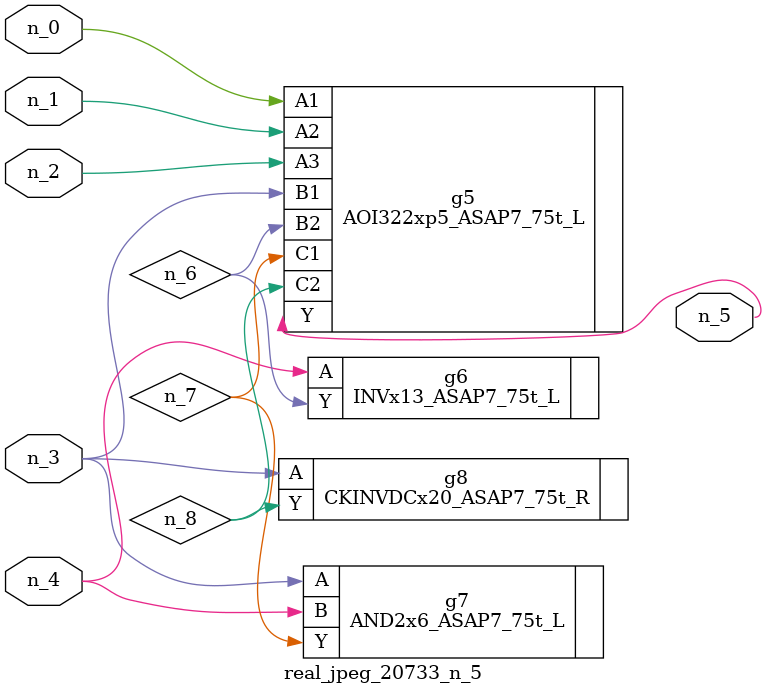
<source format=v>
module real_jpeg_20733_n_5 (n_4, n_0, n_1, n_2, n_3, n_5);

input n_4;
input n_0;
input n_1;
input n_2;
input n_3;

output n_5;

wire n_8;
wire n_6;
wire n_7;

AOI322xp5_ASAP7_75t_L g5 ( 
.A1(n_0),
.A2(n_1),
.A3(n_2),
.B1(n_3),
.B2(n_6),
.C1(n_7),
.C2(n_8),
.Y(n_5)
);

AND2x6_ASAP7_75t_L g7 ( 
.A(n_3),
.B(n_4),
.Y(n_7)
);

CKINVDCx20_ASAP7_75t_R g8 ( 
.A(n_3),
.Y(n_8)
);

INVx13_ASAP7_75t_L g6 ( 
.A(n_4),
.Y(n_6)
);


endmodule
</source>
